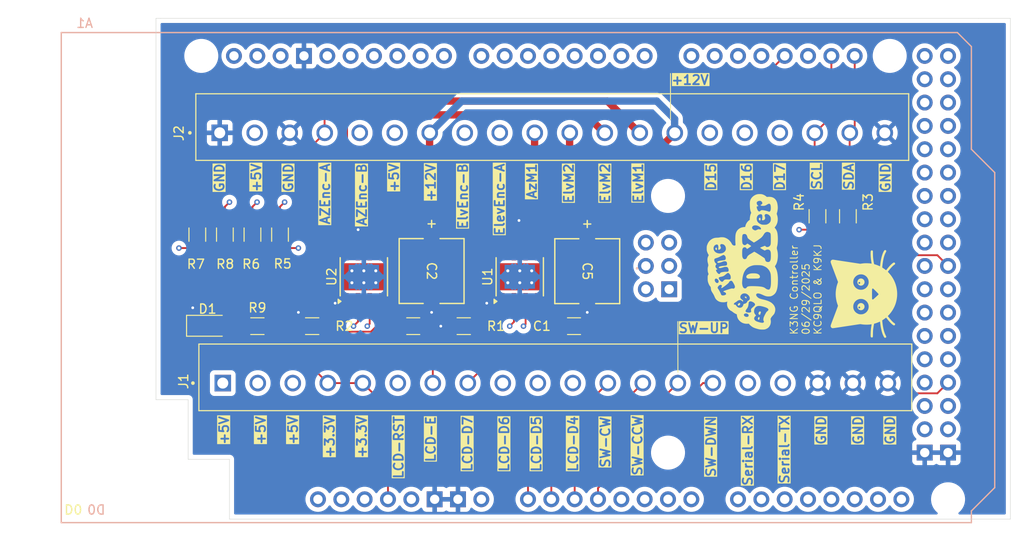
<source format=kicad_pcb>
(kicad_pcb (version 20241229) (generator "pcbnew") (generator_version "9.0")
  (layers (0 "F.Cu" signal) (4 "In1.Cu" power "In1.Cu - 5V") (6 "In2.Cu" signal) (8 "In3.Cu" signal "In3.Cu ") (10 "In4.Cu" signal) (2 "B.Cu" power "B.Cu - GND") (13 "F.Paste" user) (15 "B.Paste" user) (5 "F.SilkS" user "F.Silkscreen") (7 "B.SilkS" user "B.Silkscreen") (1 "F.Mask" user) (3 "B.Mask" user) (25 "Edge.Cuts" user))
  (net 0 "")
  (net 1 "GND")
  (net 2 "/LCD-D5")
  (net 8 "/Serial_RX")
  (net 10 "+5V")
  (net 12 "/SW-DWN")
  (net 14 "/AzM2_In")
  (net 18 "/SW-UP")
  (net 19 "/SW-CCW")
  (net 23 "/ElevEnc-B")
  (net 26 "/ElvM2_In")
  (net 31 "/LCD-E")
  (net 37 "/LCD-D4")
  (net 40 "/AZEnc-B")
  (net 46 "+3.3V")
  (net 55 "/Serial_TX")
  (net 58 "/ElevEnc-A")
  (net 59 "/AzM1_In")
  (net 61 "/SDA")
  (net 63 "/LCD-D7")
  (net 64 "/LCD-RST")
  (net 68 "/ElvM1_In")
  (net 73 "+12V")
  (net 75 "/AZEnc-A")
  (net 77 "/LCD-D6")
  (net 81 "/SCL")
  (net 82 "/SW-CW")
  (net 83 "Net-(D1-A)")
  (net 84 "/ElvM1")
  (net 85 "/AzM1")
  (net 86 "/AzM2")
  (net 87 "/ElvM2")
  (net 88 "Net-(U1-ILIM)")
  (net 89 "Net-(U2-ILIM)")
  (net 90 "/D15")
  (net 91 "/D17")
  (net 92 "/D16")
  (footprint "Resistor_SMD:R_1206_3216Metric" (layer "F.Cu") (at 110.5 89 180)
    (property "Reference" "R2" (at -3.5 0 0) (layer "F.SilkS"))
    (property "Value" "30k" (hide yes))
    (pad "1" smd roundrect (at -1.4625 0 180) (size 1.125 1.75) (layers "F.Cu" "F.Mask" "F.Paste") (roundrect_rratio 0.222222) (net 89 "Net-(U2-ILIM)"))
    (pad "2" smd roundrect (at 1.4625 0 180) (size 1.125 1.75) (layers "F.Cu" "F.Mask" "F.Paste") (roundrect_rratio 0.222222) (net 1 "GND"))
  )
  (footprint "Resistor_SMD:R_1206_3216Metric" (layer "F.Cu") (at 168.81 77.0375 -90)
    (property "Reference" "R3" (at -1.5375 -2.19 90) (layer "F.SilkS"))
    (property "Value" "10k" (hide yes))
    (pad "1" smd roundrect (at -1.4625 0 270) (size 1.125 1.75) (layers "F.Cu" "F.Mask" "F.Paste") (roundrect_rratio 0.222222) (net 61 "/SDA"))
    (pad "2" smd roundrect (at 1.4625 0 270) (size 1.125 1.75) (layers "F.Cu" "F.Mask" "F.Paste") (roundrect_rratio 0.222222) (net 46 "+3.3V"))
  )
  (footprint "Resistor_SMD:R_1206_3216Metric" (layer "F.Cu") (at 104 79.0375 90)
    (property "Reference" "R6" (at -3.211211 -0.137383 180) (layer "F.SilkS"))
    (property "Value" "10k" (hide yes))
    (pad "1" smd roundrect (at -1.4625 0 90) (size 1.125 1.75) (layers "F.Cu" "F.Mask" "F.Paste") (roundrect_rratio 0.222222) (net 10 "+5V"))
    (pad "2" smd roundrect (at 1.4625 0 90) (size 1.125 1.75) (layers "F.Cu" "F.Mask" "F.Paste") (roundrect_rratio 0.222222) (net 23 "/ElevEnc-B"))
  )
  (footprint "Resistor_SMD:R_1206_3216Metric" (layer "F.Cu") (at 98 79.0375 90)
    (property "Reference" "R7" (at -3.211211 -0.157383 180) (layer "F.SilkS"))
    (property "Value" "10k" (hide yes))
    (pad "1" smd roundrect (at -1.4625 0 90) (size 1.125 1.75) (layers "F.Cu" "F.Mask" "F.Paste") (roundrect_rratio 0.222222) (net 10 "+5V"))
    (pad "2" smd roundrect (at 1.4625 0 90) (size 1.125 1.75) (layers "F.Cu" "F.Mask" "F.Paste") (roundrect_rratio 0.222222) (net 75 "/AZEnc-A"))
  )
  (footprint "Capacitor_SMD:C_1206_3216Metric" (layer "F.Cu") (at 121.5 89)
    (property "Reference" "C3" (hide yes))
    (property "Value" ".1uF 50V" (hide yes))
    (pad "1" smd roundrect (at -1.475 0) (size 1.15 1.8) (layers "F.Cu" "F.Mask" "F.Paste") (roundrect_rratio 0.217391) (net 73 "+12V"))
    (pad "2" smd roundrect (at 1.475 0) (size 1.15 1.8) (layers "F.Cu" "F.Mask" "F.Paste") (roundrect_rratio 0.217391) (net 1 "GND"))
  )
  (footprint "Resistor_SMD:R_1206_3216Metric" (layer "F.Cu") (at 165.5 77.0375 -90)
    (property "Reference" "R4" (at -1.5375 2 90) (layer "F.SilkS"))
    (property "Value" "10k" (hide yes))
    (pad "1" smd roundrect (at -1.4625 0 270) (size 1.125 1.75) (layers "F.Cu" "F.Mask" "F.Paste") (roundrect_rratio 0.222222) (net 81 "/SCL"))
    (pad "2" smd roundrect (at 1.4625 0 270) (size 1.125 1.75) (layers "F.Cu" "F.Mask" "F.Paste") (roundrect_rratio 0.222222) (net 46 "+3.3V"))
  )
  (footprint "LED_SMD:LED_1206_3216Metric" (layer "F.Cu") (at 99.112557 88.958428)
    (property "Reference" "D1" (at 0 -1.83 0) (layer "F.SilkS"))
    (property "Value" "LED" (hide yes))
    (pad "1" smd roundrect (at -1.4 0) (size 1.25 1.75) (layers "F.Cu" "F.Mask" "F.Paste") (roundrect_rratio 0.2) (net 1 "GND"))
    (pad "2" smd roundrect (at 1.4 0) (size 1.25 1.75) (layers "F.Cu" "F.Mask" "F.Paste") (roundrect_rratio 0.2) (net 83 "Net-(D1-A)"))
  )
  (footprint "Resistor_SMD:R_1206_3216Metric" (layer "F.Cu") (at 101 79.0375 -90)
    (property "Reference" "R8" (at 3.211211 -0.032617 180) (layer "F.SilkS"))
    (property "Value" "10k" (hide yes))
    (pad "1" smd roundrect (at -1.4625 0 270) (size 1.125 1.75) (layers "F.Cu" "F.Mask" "F.Paste") (roundrect_rratio 0.222222) (net 40 "/AZEnc-B"))
    (pad "2" smd roundrect (at 1.4625 0 270) (size 1.125 1.75) (layers "F.Cu" "F.Mask" "F.Paste") (roundrect_rratio 0.222222) (net 10 "+5V"))
  )
  (footprint "Resistor_SMD:R_1206_3216Metric" (layer "F.Cu") (at 107 79.0375 -90)
    (property "Reference" "R5" (at 3.179561 -0.291877 180) (layer "F.SilkS"))
    (property "Value" "10k" (hide yes))
    (pad "1" smd roundrect (at -1.4625 0 270) (size 1.125 1.75) (layers "F.Cu" "F.Mask" "F.Paste") (roundrect_rratio 0.222222) (net 58 "/ElevEnc-A"))
    (pad "2" smd roundrect (at 1.4625 0 270) (size 1.125 1.75) (layers "F.Cu" "F.Mask" "F.Paste") (roundrect_rratio 0.222222) (net 10 "+5V"))
  )
  (footprint "Package_SO:Texas_HTSOP-8-1EP_3.9x4.9mm_P1.27mm_EP2.95x4.9mm_Mask2.4x3.1mm_ThermalVias" (layer "F.Cu") (at 133.095 83.625 90)
    (property "Reference" "U1" (at 0 -3.5 90) (layer "F.SilkS"))
    (property "Value" "DRV8871DDA" (hide yes))
    (pad "1" smd rect (at -2.875 -1.905 90) (size 2.2 0.5) (layers "F.Cu" "F.Mask" "F.Paste") (net 1 "GND"))
    (pad "2" smd rect (at -2.875 -0.635 90) (size 2.2 0.5) (layers "F.Cu" "F.Mask" "F.Paste") (net 59 "/AzM1_In"))
    (pad "3" smd rect (at -2.875 0.635 90) (size 2.2 0.5) (layers "F.Cu" "F.Mask" "F.Paste") (net 14 "/AzM2_In"))
    (pad "4" smd rect (at -2.875 1.905 90) (size 2.2 0.5) (layers "F.Cu" "F.Mask" "F.Paste") (net 88 "Net-(U1-ILIM)"))
    (pad "5" smd rect (at 2.875 1.905 90) (size 2.2 0.5) (layers "F.Cu" "F.Mask" "F.Paste") (net 73 "+12V"))
    (pad "6" smd rect (at 2.875 0.635 90) (size 2.2 0.5) (layers "F.Cu" "F.Mask" "F.Paste") (net 86 "/AzM2"))
    (pad "7" smd rect (at 2.875 -0.635 90) (size 2.2 0.5) (layers "F.Cu" "F.Mask" "F.Paste") (net 1 "GND"))
    (pad "8" smd rect (at 2.875 -1.905 90) (size 2.2 0.5) (layers "F.Cu" "F.Mask" "F.Paste") (net 85 "/AzM1"))
    (pad "9" thru_hole circle (at -0.65 -1.3 90) (size 0.63 0.63) (drill 0.33) (layers "*.Cu" "*.Mask") (net 1 "GND"))
    (pad "9" thru_hole circle (at -0.65 0 90) (size 0.63 0.63) (drill 0.33) (layers "*.Cu" "*.Mask") (net 1 "GND"))
    (pad "9" thru_hole circle (at -0.65 1.3 90) (size 0.63 0.63) (drill 0.33) (layers "*.Cu" "*.Mask") (net 1 "GND"))
    (pad "9" smd rect (at 0 0 90) (size 2.6 3.3) (layers "B.Cu") (net 1 "GND"))
    (pad "9" smd rect (at 0 0 90) (size 2.95 4.9) (layers "F.Cu") (net 1 "GND"))
    (pad "9" thru_hole circle (at 0.65 -1.3 90) (size 0.63 0.63) (drill 0.33) (layers "*.Cu" "*.Mask") (net 1 "GND"))
    (pad "9" thru_hole circle (at 0.65 0 90) (size 0.63 0.63) (drill 0.33) (layers "*.Cu" "*.Mask") (net 1 "GND"))
    (pad "9" thru_hole circle (at 0.65 1.3 90) (size 0.63 0.63) (drill 0.33) (layers "*.Cu" "*.Mask") (net 1 "GND"))
  )
  (footprint "Resistor_SMD:R_1206_3216Metric" (layer "F.Cu") (at 127 89 180)
    (property "Reference" "R1" (at -3.5 0 0) (layer "F.SilkS"))
    (property "Value" "30k" (hide yes))
    (pad "1" smd roundrect (at -1.4625 0 180) (size 1.125 1.75) (layers "F.Cu" "F.Mask" "F.Paste") (roundrect_rratio 0.222222) (net 88 "Net-(U1-ILIM)"))
    (pad "2" smd roundrect (at 1.4625 0 180) (size 1.125 1.75) (layers "F.Cu" "F.Mask" "F.Paste") (roundrect_rratio 0.222222) (net 1 "GND"))
  )
  (footprint "Resistor_SMD:R_1206_3216Metric" (layer "F.Cu") (at 104.5375 89 180)
    (property "Reference" "R9" (at 0 2 0) (layer "F.SilkS"))
    (property "Value" "330" (hide yes))
    (pad "1" smd roundrect (at -1.4625 0 180) (size 1.125 1.75) (layers "F.Cu" "F.Mask" "F.Paste") (roundrect_rratio 0.222222) (net 46 "+3.3V"))
    (pad "2" smd roundrect (at 1.4625 0 180) (size 1.125 1.75) (layers "F.Cu" "F.Mask" "F.Paste") (roundrect_rratio 0.222222) (net 83 "Net-(D1-A)"))
  )
  (footprint "Package_SO:Texas_HTSOP-8-1EP_3.9x4.9mm_P1.27mm_EP2.95x4.9mm_Mask2.4x3.1mm_ThermalVias" (layer "F.Cu") (at 116.124367 83.625 90)
    (property "Reference" "U2" (at 0 -3.5 90) (layer "F.SilkS"))
    (property "Value" "DRV8871DDA" (hide yes))
    (pad "1" smd rect (at -2.875 -1.905 90) (size 2.2 0.5) (layers "F.Cu" "F.Mask" "F.Paste") (net 1 "GND"))
    (pad "2" smd rect (at -2.875 -0.635 90) (size 2.2 0.5) (layers "F.Cu" "F.Mask" "F.Paste") (net 68 "/ElvM1_In"))
    (pad "3" smd rect (at -2.875 0.635 90) (size 2.2 0.5) (layers "F.Cu" "F.Mask" "F.Paste") (net 26 "/ElvM2_In"))
    (pad "4" smd rect (at -2.875 1.905 90) (size 2.2 0.5) (layers "F.Cu" "F.Mask" "F.Paste") (net 89 "Net-(U2-ILIM)"))
    (pad "5" smd rect (at 2.875 1.905 90) (size 2.2 0.5) (layers "F.Cu" "F.Mask" "F.Paste") (net 73 "+12V"))
    (pad "6" smd rect (at 2.875 0.635 90) (size 2.2 0.5) (layers "F.Cu" "F.Mask" "F.Paste") (net 87 "/ElvM2"))
    (pad "7" smd rect (at 2.875 -0.635 90) (size 2.2 0.5) (layers "F.Cu" "F.Mask" "F.Paste") (net 1 "GND"))
    (pad "8" smd rect (at 2.875 -1.905 90) (size 2.2 0.5) (layers "F.Cu" "F.Mask" "F.Paste") (net 84 "/ElvM1"))
    (pad "9" thru_hole circle (at -0.65 -1.3 90) (size 0.63 0.63) (drill 0.33) (layers "*.Cu" "*.Mask") (net 1 "GND"))
    (pad "9" thru_hole circle (at -0.65 0 90) (size 0.63 0.63) (drill 0.33) (layers "*.Cu" "*.Mask") (net 1 "GND"))
    (pad "9" thru_hole circle (at -0.65 1.3 90) (size 0.63 0.63) (drill 0.33) (layers "*.Cu" "*.Mask") (net 1 "GND"))
    (pad "9" smd rect (at 0 0 90) (size 2.6 3.3) (layers "B.Cu") (net 1 "GND"))
    (pad "9" smd rect (at 0 0 90) (size 2.95 4.9) (layers "F.Cu") (net 1 "GND"))
    (pad "9" thru_hole circle (at 0.65 -1.3 90) (size 0.63 0.63) (drill 0.33) (layers "*.Cu" "*.Mask") (net 1 "GND"))
    (pad "9" thru_hole circle (at 0.65 0 90) (size 0.63 0.63) (drill 0.33) (layers "*.Cu" "*.Mask") (net 1 "GND"))
    (pad "9" thru_hole circle (at 0.65 1.3 90) (size 0.63 0.63) (drill 0.33) (layers "*.Cu" "*.Mask") (net 1 "GND"))
  )
  (footprint "footprints:PCAP_EEHZ_D8_PAN" (layer "F.Cu") (at 123.5 83 -90)
    (property "Reference" "C2" (at 0 0 270) (layer "F.SilkS"))
    (property "Value" "22uf 63v")
    (pad "1" smd rect (at -2.5146 0 270) (size 2.9972 1.1684) (layers "F.Cu" "F.Mask" "F.Paste") (net 73 "+12V"))
    (pad "2" smd rect (at 2.5146 0 270) (size 2.9972 1.1684) (layers "F.Cu" "F.Mask" "F.Paste") (net 1 "GND"))
  )
  (footprint "1844922:PHOENIX_1844922" (layer "F.Cu") (at 97.83747 70.957204)
    (property "Reference" "J2" (at -1.83747 -2.957204 90) (layer "F.SilkS"))
    (property "Value" "1844922")
    (pad "01" thru_hole rect (at 2.6 -3) (size 1.8 1.8) (drill 1.2) (layers "*.Cu" "*.Mask") (net 1 "GND"))
    (pad "02" thru_hole circle (at 6.41 -3) (size 1.8 1.8) (drill 1.2) (layers "*.Cu" "*.Mask") (net 10 "+5V"))
    (pad "03" thru_hole circle (at 10.22 -3) (size 1.8 1.8) (drill 1.2) (layers "*.Cu" "*.Mask") (net 1 "GND"))
    (pad "04" thru_hole circle (at 14.03 -3) (size 1.8 1.8) (drill 1.2) (layers "*.Cu" "*.Mask") (net 75 "/AZEnc-A"))
    (pad "05" thru_hole circle (at 17.84 -3) (size 1.8 1.8) (drill 1.2) (layers "*.Cu" "*.Mask") (net 40 "/AZEnc-B"))
    (pad "06" thru_hole circle (at 21.65 -3) (size 1.8 1.8) (drill 1.2) (layers "*.Cu" "*.Mask") (net 10 "+5V"))
    (pad "07" thru_hole circle (at 25.46 -3) (size 1.8 1.8) (drill 1.2) (layers "*.Cu" "*.Mask") (net 73 "+12V"))
    (pad "08" thru_hole circle (at 29.27 -3) (size 1.8 1.8) (drill 1.2) (layers "*.Cu" "*.Mask") (net 23 "/ElevEnc-B"))
    (pad "09" thru_hole circle (at 33.08 -3) (size 1.8 1.8) (drill 1.2) (layers "*.Cu" "*.Mask") (net 58 "/ElevEnc-A"))
    (pad "10" thru_hole circle (at 36.89 -3) (size 1.8 1.8) (drill 1.2) (layers "*.Cu" "*.Mask") (net 85 "/AzM1"))
    (pad "11" thru_hole circle (at 40.7 -3) (size 1.8 1.8) (drill 1.2) (layers "*.Cu" "*.Mask") (net 86 "/AzM2"))
    (pad "12" thru_hole circle (at 44.51 -3) (size 1.8 1.8) (drill 1.2) (layers "*.Cu" "*.Mask") (net 87 "/ElvM2"))
    (pad "13" thru_hole circle (at 48.32 -3) (size 1.8 1.8) (drill 1.2) (layers "*.Cu" "*.Mask") (net 84 "/ElvM1"))
    (pad "14" thru_hole circle (at 52.13 -3) (size 1.8 1.8) (drill 1.2) (layers "*.Cu" "*.Mask") (net 73 "+12V"))
    (pad "15" thru_hole circle (at 55.94 -3) (size 1.8 1.8) (drill 1.2) (layers "*.Cu" "*.Mask") (net 90 "/D15"))
    (pad "16" thru_hole circle (at 59.75 -3) (size 1.8 1.8) (drill 1.2) (layers "*.Cu" "*.Mask") (net 92 "/D16"))
    (pad "17" thru_hole circle (at 63.56 -3) (size 1.8 1.8) (drill 1.2) (layers "*.Cu" "*.Mask") (net 91 "/D17"))
    (pad "18" thru_hole circle (at 67.37 -3) (size 1.8 1.8) (drill 1.2) (layers "*.Cu" "*.Mask") (net 81 "/SCL"))
    (pad "19" thru_hole circle (at 71.18 -3) (size 1.8 1.8) (drill 1.2) (layers "*.Cu" "*.Mask") (net 61 "/SDA"))
    (pad "20" thru_hole circle (at 74.99 -3) (size 1.8 1.8) (drill 1.2) (layers "*.Cu" "*.Mask") (net 1 "GND"))
  )
  (footprint "arduino-library:Arduino_Mega2560_R3_Shield" (layer "F.Cu") (at 83.1915 110.384237)
    (property "Reference" "A1" (at 2.54 -54.356 0) (layer "B.SilkS") (effects (justify mirror)))
    (property "Value" "Arduino_Mega2560_R3_Shield")
    (fp_text user "." (at 62.667825 -28.075259 0) (layer "F.SilkS"))
    (fp_text user "D0" (at 1.3085 -1.384237 0) (layer "F.SilkS"))
    (fp_text user "." (at 62.667825 -28.075259 0) (layer "B.SilkS"))
    (fp_text user "D0" (at 3.8085 -1.384237 0) (layer "B.SilkS") (effects (justify mirror)))
    (pad "" np_thru_hole circle (at 13.97 -2.54) (size 3.2 3.2) (drill 3.2) (layers "*.Cu" "*.Mask"))
    (pad "" np_thru_hole circle (at 15.24 -50.8) (size 3.2 3.2) (drill 3.2) (layers "*.Cu" "*.Mask"))
    (pad "" thru_hole oval (at 27.94 -2.54) (size 1.7272 1.7272) (drill 1.016) (layers "*.Cu" "*.Mask"))
    (pad "" np_thru_hole circle (at 66.04 -35.56) (size 3.2 3.2) (drill 3.2) (layers "*.Cu" "*.Mask"))
    (pad "" np_thru_hole circle (at 66.04 -7.62) (size 3.2 3.2) (drill 3.2) (layers "*.Cu" "*.Mask"))
    (pad "" np_thru_hole circle (at 90.17 -50.8) (size 3.2 3.2) (drill 3.2) (layers "*.Cu" "*.Mask"))
    (pad "" np_thru_hole circle (at 96.52 -2.54) (size 3.2 3.2) (drill 3.2) (layers "*.Cu" "*.Mask"))
    (pad "3V3" thru_hole oval (at 35.56 -2.54) (size 1.7272 1.7272) (drill 1.016) (layers "*.Cu" "*.Mask") (net 46 "+3.3V"))
    (pad "5V1" thru_hole oval (at 38.1 -2.54) (size 1.7272 1.7272) (drill 1.016) (layers "*.Cu" "*.Mask") (net 10 "+5V"))
    (pad "5V2" thru_hole oval (at 66.167 -30.48) (size 1.7272 1.7272) (drill 1.016) (layers "*.Cu" "*.Mask"))
    (pad "5V3" thru_hole oval (at 93.98 -50.8) (size 1.7272 1.7272) (drill 1.016) (layers "*.Cu" "*.Mask") (net 10 "+5V"))
    (pad "5V4" thru_hole oval (at 96.52 -50.8) (size 1.7272 1.7272) (drill 1.016) (layers "*.Cu" "*.Mask") (net 10 "+5V"))
    (pad "A0" thru_hole oval (at 50.8 -2.54) (size 1.7272 1.7272) (drill 1.016) (layers "*.Cu" "*.Mask") (net 82 "/SW-CW"))
    (pad "A1" thru_hole oval (at 53.34 -2.54) (size 1.7272 1.7272) (drill 1.016) (layers "*.Cu" "*.Mask") (net 19 "/SW-CCW"))
    (pad "A2" thru_hole oval (at 55.88 -2.54) (size 1.7272 1.7272) (drill 1.016) (layers "*.Cu" "*.Mask") (net 18 "/SW-UP"))
    (pad "A3" thru_hole oval (at 58.42 -2.54) (size 1.7272 1.7272) (drill 1.016) (layers "*.Cu" "*.Mask") (net 12 "/SW-DWN"))
    (pad "A4" thru_hole oval (at 60.96 -2.54) (size 1.7272 1.7272) (drill 1.016) (layers "*.Cu" "*.Mask"))
    (pad "A5" thru_hole oval (at 63.5 -2.54) (size 1.7272 1.7272) (drill 1.016) (layers "*.Cu" "*.Mask"))
    (pad "A6" thru_hole oval (at 66.04 -2.54) (size 1.7272 1.7272) (drill 1.016) (layers "*.Cu" "*.Mask"))
    (pad "A7" thru_hole oval (at 68.58 -2.54) (size 1.7272 1.7272) (drill 1.016) (layers "*.Cu" "*.Mask"))
    (pad "A8" thru_hole oval (at 73.66 -2.54) (size 1.7272 1.7272) (drill 1.016) (layers "*.Cu" "*.Mask"))
    (pad "A9" thru_hole oval (at 76.2 -2.54) (size 1.7272 1.7272) (drill 1.016) (layers "*.Cu" "*.Mask"))
    (pad "A10" thru_hole oval (at 78.74 -2.54) (size 1.7272 1.7272) (drill 1.016) (layers "*.Cu" "*.Mask"))
    (pad "A11" thru_hole oval (at 81.28 -2.54) (size 1.7272 1.7272) (drill 1.016) (layers "*.Cu" "*.Mask"))
    (pad "A12" thru_hole oval (at 83.82 -2.54) (size 1.7272 1.7272) (drill 1.016) (layers "*.Cu" "*.Mask"))
    (pad "A13" thru_hole oval (at 86.36 -2.54) (size 1.7272 1.7272) (drill 1.016) (layers "*.Cu" "*.Mask"))
    (pad "A14" thru_hole oval (at 88.9 -2.54) (size 1.7272 1.7272) (drill 1.016) (layers "*.Cu" "*.Mask"))
    (pad "A15" thru_hole oval (at 91.44 -2.54) (size 1.7272 1.7272) (drill 1.016) (layers "*.Cu" "*.Mask"))
    (pad "AREF" thru_hole oval (at 23.876 -50.8) (size 1.7272 1.7272) (drill 1.016) (layers "*.Cu" "*.Mask"))
    (pad "D0" thru_hole oval (at 63.5 -50.8) (size 1.7272 1.7272) (drill 1.016) (layers "*.Cu" "*.Mask") (net 8 "/Serial_RX"))
    (pad "D1" thru_hole oval (at 60.96 -50.8) (size 1.7272 1.7272) (drill 1.016) (layers "*.Cu" "*.Mask") (net 55 "/Serial_TX"))
    (pad "D2" thru_hole oval (at 58.42 -50.8) (size 1.7272 1.7272) (drill 1.016) (layers "*.Cu" "*.Mask") (net 58 "/ElevEnc-A"))
    (pad "D3" thru_hole oval (at 55.88 -50.8) (size 1.7272 1.7272) (drill 1.016) (layers "*.Cu" "*.Mask") (net 23 "/ElevEnc-B"))
    (pad "D4" thru_hole oval (at 53.34 -50.8) (size 1.7272 1.7272) (drill 1.016) (layers "*.Cu" "*.Mask"))
    (pad "D5" thru_hole oval (at 50.8 -50.8) (size 1.7272 1.7272) (drill 1.016) (layers "*.Cu" "*.Mask"))
    (pad "D6" thru_hole oval (at 48.26 -50.8) (size 1.7272 1.7272) (drill 1.016) (layers "*.Cu" "*.Mask") (net 14 "/AzM2_In"))
    (pad "D7" thru_hole oval (at 45.72 -50.8) (size 1.7272 1.7272) (drill 1.016) (layers "*.Cu" "*.Mask") (net 59 "/AzM1_In"))
    (pad "D8" thru_hole oval (at 41.656 -50.8) (size 1.7272 1.7272) (drill 1.016) (layers "*.Cu" "*.Mask") (net 26 "/ElvM2_In"))
    (pad "D9" thru_hole oval (at 39.116 -50.8) (size 1.7272 1.7272) (drill 1.016) (layers "*.Cu" "*.Mask") (net 68 "/ElvM1_In"))
    (pad "D10" thru_hole oval (at 36.576 -50.8) (size 1.7272 1.7272) (drill 1.016) (layers "*.Cu" "*.Mask"))
    (pad "D11" thru_hole oval (at 34.036 -50.8) (size 1.7272 1.7272) (drill 1.016) (layers "*.Cu" "*.Mask"))
    (pad "D12" thru_hole oval (at 31.496 -50.8) (size 1.7272 1.7272) (drill 1.016) (layers "*.Cu" "*.Mask"))
    (pad "D13" thru_hole oval (at 28.956 -50.8) (size 1.7272 1.7272) (drill 1.016) (layers "*.Cu" "*.Mask"))
    (pad "D14" thru_hole oval (at 68.58 -50.8) (size 1.7272 1.7272) (drill 1.016) (layers "*.Cu" "*.Mask"))
    (pad "D15" thru_hole oval (at 71.12 -50.8) (size 1.7272 1.7272) (drill 1.016) (layers "*.Cu" "*.Mask") (net 90 "/D15"))
    (pad "D16" thru_hole oval (at 73.66 -50.8) (size 1.7272 1.7272) (drill 1.016) (layers "*.Cu" "*.Mask") (net 92 "/D16"))
    (pad "D17" thru_hole oval (at 76.2 -50.8) (size 1.7272 1.7272) (drill 1.016) (layers "*.Cu" "*.Mask") (net 91 "/D17"))
    (pad "D18" thru_hole oval (at 78.74 -50.8) (size 1.7272 1.7272) (drill 1.016) (layers "*.Cu" "*.Mask") (net 75 "/AZEnc-A"))
    (pad "D19" thru_hole oval (at 81.28 -50.8) (size 1.7272 1.7272) (drill 1.016) (layers "*.Cu" "*.Mask") (net 40 "/AZEnc-B"))
    (pad "D20" thru_hole oval (at 83.82 -50.8) (size 1.7272 1.7272) (drill 1.016) (layers "*.Cu" "*.Mask") (net 81 "/SCL"))
    (pad "D21" thru_hole oval (at 86.36 -50.8) (size 1.7272 1.7272) (drill 1.016) (layers "*.Cu" "*.Mask") (net 61 "/SDA"))
    (pad "D22" thru_hole oval (at 93.98 -48.26) (size 1.7272 1.7272) (drill 1.016) (layers "*.Cu" "*.Mask"))
    (pad "D23" thru_hole oval (at 96.52 -48.26) (size 1.7272 1.7272) (drill 1.016) (layers "*.Cu" "*.Mask"))
    (pad "D24" thru_hole oval (at 93.98 -45.72) (size 1.7272 1.7272) (drill 1.016) (layers "*.Cu" "*.Mask"))
    (pad "D25" thru_hole oval (at 96.52 -45.72) (size 1.7272 1.7272) (drill 1.016) (layers "*.Cu" "*.Mask"))
    (pad "D26" thru_hole oval (at 93.98 -43.18) (size 1.7272 1.7272) (drill 1.016) (layers "*.Cu" "*.Mask"))
    (pad "D27" thru_hole oval (at 96.52 -43.18) (size 1.7272 1.7272) (drill 1.016) (layers "*.Cu" "*.Mask"))
    (pad "D28" thru_hole oval (at 93.98 -40.64) (size 1.7272 1.7272) (drill 1.016) (layers "*.Cu" "*.Mask"))
    (pad "D29" thru_hole oval (at 96.52 -40.64) (size 1.7272 1.7272) (drill 1.016) (layers "*.Cu" "*.Mask"))
    (pad "D30" thru_hole oval (at 93.98 -38.1) (size 1.7272 1.7272) (drill 1.016) (layers "*.Cu" "*.Mask"))
    (pad "D31" thru_hole oval (at 96.52 -38.1) (size 1.7272 1.7272) (drill 1.016) (layers "*.Cu" "*.Mask"))
    (pad "D32" thru_hole oval (at 93.98 -35.56) (size 1.7272 1.7272) (drill 1.016) (layers "*.Cu" "*.Mask"))
    (pad "D33" thru_hole oval (at 96.52 -35.56) (size 1.7272 1.7272) (drill 1.016) (layers "*.Cu" "*.Mask"))
    (pad "D34" thru_hole oval (at 93.98 -33.02) (size 1.7272 1.7272) (drill 1.016) (layers "*.Cu" "*.Mask"))
    (pad "D35" thru_hole oval (at 96.52 -33.02) (size 1.7272 1.7272) (drill 1.016) (layers "*.Cu" "*.Mask"))
    (pad "D36" thru_hole oval (at 93.98 -30.48) (size 1.7272 1.7272) (drill 1.016) (layers "*.Cu" "*.Mask"))
    (pad "D37" thru_hole oval (at 96.52 -30.48) (size 1.7272 1.7272) (drill 1.016) (layers "*.Cu" "*.Mask"))
    (pad "D38" thru_hole oval (at 93.98 -27.94) (size 1.7272 1.7272) (drill 1.016) (layers "*.Cu" "*.Mask"))
    (pad "D39" thru_hole oval (at 96.52 -27.94) (size 1.7272 1.7272) (drill 1.016) (layers "*.Cu" "*.Mask") (net 31 "/LCD-E"))
    (pad "D40" thru_hole oval (at 93.98 -25.4) (size 1.7272 1.7272) (drill 1.016) (layers "*.Cu" "*.Mask"))
    (pad "D41" thru_hole oval (at 96.52 -25.4) (size 1.7272 1.7272) (drill 1.016) (layers "*.Cu" "*.Mask") (net 64 "/LCD-RST"))
    (pad "D42" thru_hole oval (at 93.98 -22.86) (size 1.7272 1.7272) (drill 1.016) (layers "*.Cu" "*.Mask"))
    (pad "D43" thru_hole oval (at 96.52 -22.86) (size 1.7272 1.7272) (drill 1.016) (layers "*.Cu" "*.Mask") (net 37 "/LCD-D4"))
    (pad "D44" thru_hole oval (at 93.98 -20.32) (size 1.7272 1.7272) (drill 1.016) (layers "*.Cu" "*.Mask"))
    (pad "D45" thru_hole oval (at 96.52 -20.32) (size 1.7272 1.7272) (drill 1.016) (layers "*.Cu" "*.Mask") (net 2 "/LCD-D5"))
    (pad "D46" thru_hole oval (at 93.98 -17.78) (size 1.7272 1.7272) (drill 1.016) (layers "*.Cu" "*.Mask"))
    (pad "D47" thru_hole oval (at 96.52 -17.78) (size 1.7272 1.7272) (drill 1.016) (layers "*.Cu" "*.Mask") (net 77 "/LCD-D6"))
    (pad "D48" thru_hole oval (at 93.98 -15.24) (size 1.7272 1.7272) (drill 1.016) (layers "*.Cu" "*.Mask"))
    (pad "D49" thru_hole oval (at 96.52 -15.24) (size 1.7272 1.7272) (drill 1.016) (layers "*.Cu" "*.Mask") (net 63 "/LCD-D7"))
    (pad "D50" thru_hole oval (at 93.98 -12.7) (size 1.7272 1.7272) (drill 1.016) (layers "*.Cu" "*.Mask"))
    (pad "D51" thru_hole oval (at 96.52 -12.7) (size 1.7272 1.7272) (drill 1.016) (layers "*.Cu" "*.Mask"))
    (pad "D52" thru_hole oval (at 93.98 -10.16) (size 1.7272 1.7272) (drill 1.016) (layers "*.Cu" "*.Mask"))
    (pad "D53" thru_hole oval (at 96.52 -10.16) (size 1.7272 1.7272) (drill 1.016) (layers "*.Cu" "*.Mask"))
    (pad "GND1" thru_hole rect (at 26.416 -50.8) (size 1.7272 1.7272) (drill 1.016) (layers "*.Cu" "*.Mask") (net 1 "GND"))
    (pad "GND2" thru_hole rect (at 40.64 -2.54) (size 1.7272 1.7272) (drill 1.016) (layers "*.Cu" "*.Mask") (net 1 "GND"))
    (pad "GND3" thru_hole rect (at 43.18 -2.54) (size 1.7272 1.7272) (drill 1.016) (layers "*.Cu" "*.Mask") (net 1 "GND"))
    (pad "GND4" thru_hole rect (at 66.167 -25.4) (size 1.7272 1.7272) (drill 1.016) (layers "*.Cu" "*.Mask"))
    (pad "GND5" thru_hole rect (at 93.98 -7.62) (size 1.7272 1.7272) (drill 1.016) (layers "*.Cu" "*.Mask") (net 1 "GND"))
    (pad "GND6" thru_hole rect (at 96.52 -7.62) (size 1.7272 1.7272) (drill 1.016) (layers "*.Cu" "*.Mask") (net 1 "GND"))
    (pad "IORF" thru_hole oval (at 30.48 -2.54) (size 1.7272 1.7272) (drill 1.016) (layers "*.Cu" "*.Mask"))
    (pad "MISO" thru_hole oval (at 63.627 -30.48) (size 1.7272 1.7272) (drill 1.016) (layers "*.Cu" "*.Mask"))
    (pad "MOSI" thru_hole oval (at 66.167 -27.94) (size 1.7272 1.7272) (drill 1.016) (layers "*.Cu" "*.Mask"))
    (pad "RST1" thru_hole oval (at 33.02 -2.54) (size 1.7272 1.7272) (drill 1.016) (layers "*.Cu" "*.Mask"))
    (pad "RST2" thru_hole oval (at 63.627 -25.4) (size 1.7272 1.7272) (drill 1.016) (layers "*.Cu" "*.Mask"))
    (pad "SCK" thru_hole oval (at 63.627 -27.94) (size 1.7272 1.7272) (drill 1.016) (layers "*.Cu" "*.Mask"))
    (pad "SCL" thru_hole oval (at 18.796 -50.8) (size 1.7272 1.7272) (drill 1.016) (layers "*.Cu" "*.Mask"))
    (pad "SDA" thru_hole oval (at 21.336 -50.8) (size 1.7272 1.7272) (drill 1.016) (layers "*.Cu" "*.Mask"))
    (pad "VIN" thru_hole oval (at 45.72 -2.54) (size 1.7272 1.7272) (drill 1.016) (layers "*.Cu" "*.Mask") (net 73 "+12V"))
  )
  (footprint "LOGO" (layer "F.Cu") (at 157 82 90)
    (property "Reference" "G***" (hide yes))
    (property "Value" "LOGO" (hide yes))
  )
  (footprint "Capacitor_SMD:C_1206_3216Metric" (layer "F.Cu") (at 139 89)
    (property "Reference" "C1" (at -3.5 0 0) (layer "F.SilkS"))
    (property "Value" ".1uF 50V" (hide yes))
    (pad "1" smd roundrect (at -1.475 0) (size 1.15 1.8) (layers "F.Cu" "F.Mask" "F.Paste") (roundrect_rratio 0.217391) (net 73 "+12V"))
    (pad "2" smd roundrect (at 1.475 0) (size 1.15 1.8) (layers "F.Cu" "F.Mask" "F.Paste") (roundrect_rratio 0.217391) (net 1 "GND"))
  )
  (footprint "1844922:PHOENIX_1844922" (layer "F.Cu") (at 98.170148 98.196454)
    (property "Reference" "J1" (at -1.670148 -3.196454 90) (layer "F.SilkS"))
    (property "Value" "1844922" (hide yes))
    (pad "01" thru_hole rect (at 2.6 -3) (size 1.8 1.8) (drill 1.2) (layers "*.Cu" "*.Mask") (net 10 "+5V"))
    (pad "02" thru_hole circle (at 6.41 -3) (size 1.8 1.8) (drill 1.2) (layers "*.Cu" "*.Mask") (net 10 "+5V"))
    (pad "03" thru_hole circle (at 10.22 -3) (size 1.8 1.8) (drill 1.2) (layers "*.Cu" "*.Mask") (net 10 "+5V"))
    (pad "04" thru_hole circle (at 14.03 -3) (size 1.8 1.8) (drill 1.2) (layers "*.Cu" "*.Mask") (net 46 "+3.3V"))
    (pad "05" thru_hole circle (at 17.84 -3) (size 1.8 1.8) (drill 1.2) (layers "*.Cu" "*.Mask") (net 46 "+3.3V"))
    (pad "06" thru_hole circle (at 21.65 -3) (size 1.8 1.8) (drill 1.2) (layers "*.Cu" "*.Mask") (net 64 "/LCD-RST"))
    (pad "07" thru_hole circle (at 25.46 -3) (size 1.8 1.8) (drill 1.2) (layers "*.Cu" "*.Mask") (net 31 "/LCD-E"))
    (pad "08" thru_hole circle (at 29.27 -3) (size 1.8 1.8) (drill 1.2) (layers "*.Cu" "*.Mask") (net 63 "/LCD-D7"))
    (pad "09" thru_hole circle (at 33.08 -3) (size 1.8 1.8) (drill 1.2) (layers "*.Cu" "*.Mask") (net 77 "/LCD-D6"))
    (pad "10" thru_hole circle (at 36.89 -3) (size 1.8 1.8) (drill 1.2) (layers "*.Cu" "*.Mask") (net 2 "/LCD-D5"))
    (pad "11" thru_hole circle (at 40.7 -3) (size 1.8 1.8) (drill 1.2) (layers "*.Cu" "*.Mask") (net 37 "/LCD-D4"))
    (pad "12" thru_hole circle (at 44.51 -3) (size 1.8 1.8) (drill 1.2) (layers "*.Cu" "*.Mask") (net 82 "/SW-CW"))
    (pad "13" thru_hole circle (at 48.32 -3) (size 1.8 1.8) (drill 1.2) (layers "*.Cu" "*.Mask") (net 19 "/SW-CCW"))
    (pad "14" thru_hole circle (at 52.13 -3) (size 1.8 1.8) (drill 1.2) (layers "*.Cu" "*.Mask") (net 18 "/SW-UP"))
    (pad "15" thru_hole circle (at 55.94 -3) (size 1.8 1.8) (drill 1.2) (layers "*.Cu" "*.Mask") (net 12 "/SW-DWN"))
    (pad "16" thru_hole circle (at 59.75 -3) (size 1.8 1.8) (drill 1.2) (layers "*.Cu" "*.Mask") (net 55 "/Serial_TX"))
    (pad "17" thru_hole circle (at 63.56 -3) (size 1.8 1.8) (drill 1.2) (layers "*.Cu" "*.Mask") (net 8 "/Serial_RX"))
    (pad "18" thru_hole circle (at 67.37 -3) (size 1.8 1.8) (drill 1.2) (layers "*.Cu" "*.Mask") (net 1 "GND"))
    (pad "19" thru_hole circle (at 71.18 -3) (size 1.8 1.8) (drill 1.2) (layers "*.Cu" "*.Mask") (net 1 "GND"))
    (pad "20" thru_hole circle (at 74.99 -3) (size 1.8 1.8) (drill 1.2) (layers "*.Cu" "*.Mask") (net 1 "GND"))
  )
  (footprint "footprints:PCAP_EEHZ_D8_PAN" (layer "F.Cu") (at 140.440768 83.013673 -90)
    (property "Reference" "C5" (at 0 0 270) (layer "F.SilkS"))
    (property "Value" "22uf 63v")
    (pad "1" smd rect (at -2.5146 0 270) (size 2.9972 1.1684) (layers "F.Cu" "F.Mask" "F.Paste") (net 73 "+12V"))
    (pad "2" smd rect (at 2.5146 0 270) (size 2.9972 1.1684) (layers "F.Cu" "F.Mask" "F.Paste") (net 1 "GND"))
  )
  (footprint "LOGO" (layer "F.Cu") (at 170.5 85.5 90)
    (property "Reference" "G***" (hide yes))
    (property "Value" "LOGO" (hide yes))
  )
  (gr_line (start 149.5 66.5) (end 149.5 61.5) (stroke (width 0.1)) (layer "F.SilkS"))
  (gr_line (start 150.30708 94.013944) (end 150.291684 88.5) (stroke (width 0.1)) (layer "F.SilkS"))
  (gr_line (start 183 55.5) (end 186.5 55.5) (stroke (width 0.05)) (layer "Edge.Cuts"))
  (gr_line (start 183 55.5) (end 94 55.5) (stroke (width 0.05)) (layer "Edge.Cuts"))
  (gr_line (start 97 97) (end 97 103.5) (stroke (width 0.05)) (layer "Edge.Cuts"))
  (gr_line (start 93.5 55.5) (end 93.5 97) (stroke (width 0.05)) (layer "Edge.Cuts"))
  (gr_line (start 97 103.5) (end 101.5 103.5) (stroke (width 0.05)) (layer "Edge.Cuts"))
  (gr_line (start 186.5 55.5) (end 186.5 110) (stroke (width 0.05)) (layer "Edge.Cuts"))
  (gr_line (start 93.5 55.5) (end 94 55.5) (stroke (width 0.05)) (layer "Edge.Cuts"))
  (gr_line (start 93.5 97) (end 97 97) (stroke (width 0.05)) (layer "Edge.Cuts"))
  (gr_line (start 101.5 110) (end 101.5 103.5) (stroke (width 0.05)) (layer "Edge.Cuts"))
  (gr_line (start 186.5 110) (end 101.5 110) (stroke (width 0.05)) (layer "Edge.Cuts"))
  (gr_text "AZEnc-A" (at 112.5 78.02381 90) (layer "F.SilkS" knockout) (effects (font (size 1 1) (thickness 0.2) (bold yes)) (justify left bottom)))
  (gr_text "AzM1" (at 135 75.214286 90) (layer "F.SilkS" knockout) (effects (font (size 1 1) (thickness 0.2) (bold yes)) (justify left bottom)))
  (gr_text "Serial-TX" (at 162.5 106.238096 90) (layer "F.SilkS" knockout) (effects (font (size 1 1) (thickness 0.2) (bold yes)) (justify left bottom)))
  (gr_text "D17" (at 162 74.357143 90) (layer "F.SilkS" knockout) (effects (font (size 1 1) (thickness 0.2) (bold yes)) (justify left bottom)))
  (gr_text "ElevEnc-A" (at 131.5 79.261906 90) (layer "F.SilkS" knockout) (effects (font (size 1 1) (thickness 0.2) (bold yes)) (justify left bottom)))
  (gr_text "LCD-D4" (at 139.5 104.952381 90) (layer "F.SilkS" knockout) (effects (font (size 1 1) (thickness 0.2) (bold yes)) (justify left bottom)))
  (gr_text "+3.3V" (at 113 103.428571 90) (layer "F.SilkS" knockout) (effects (font (size 1 1) (thickness 0.2) (bold yes)) (justify left bottom)))
  (gr_text "Serial-RX" (at 158.5 106.476191 90) (layer "F.SilkS" knockout) (effects (font (size 1 1) (thickness 0.2) (bold yes)) (justify left bottom)))
  (gr_text "GND" (at 173.5 74.5 90) (layer "F.SilkS" knockout) (effects (font (size 1 1) (thickness 0.2) (bold yes)) (justify left bottom)))
  (gr_text "ElvM1" (at 146.577916 75.719043 90) (layer "F.SilkS" knockout) (effects (font (size 1 1) (thickness 0.2) (bold yes)) (justify left bottom)))
  (gr_text "LCD-D5" (at 135.5 104.952381 90) (layer "F.SilkS" knockout) (effects (font (size 1 1) (thickness 0.2) (bold yes)) (justify left bottom)))
  (gr_text "LCD-E" (at 124 103.904762 90) (layer "F.SilkS" knockout) (effects (font (size 1 1) (thickness 0.2) (bold yes)) (justify left bottom)))
  (gr_text "D16" (at 158.38625 74.357143 90) (layer "F.SilkS" knockout) (effects (font (size 1 1) (thickness 0.2) (bold yes)) (justify left bottom)))
  (gr_text "ElvM2" (at 139.020858 75.738096 90) (layer "F.SilkS" knockout) (effects (font (size 1 1) (thickness 0.2) (bold yes)) (justify left bottom)))
  (gr_text "SW-UP" (at 150.291684 89.80177 0) (layer "F.SilkS" knockout) (effects (font (size 1 1) (thickness 0.2) (bold yes)) (justify left bottom)))
  (gr_text "+5V" (at 101.5 102 90) (layer "F.SilkS" knockout) (effects (font (size 1 1) (thickness 0.2) (bold yes)) (justify left bottom)))
  (gr_text "AZEnc-B" (at 116.5 78.166667 90) (layer "F.SilkS" knockout) (effects (font (size 1 1) (thickness 0.2) (bold yes)) (justify left bottom)))
  (gr_text "+5V" (at 120 74.5 90) (layer "F.SilkS" knockout) (effects (font (size 1 1) (thickness 0.2) (bold yes)) (justify left bottom)))
  (gr_text "ElvEnc-B" (at 127.5 78.54762 90) (layer "F.SilkS" knockout) (effects (font (size 1 1) (thickness 0.2) (bold yes)) (justify left bottom)))
  (gr_text "GND" (at 174 102 90) (layer "F.SilkS" knockout) (effects (font (size 1 1) (thickness 0.2) (bold yes)) (justify left bottom)))
  (gr_text "SW-DWN" (at 154.5 105.5 90) (layer "F.SilkS" knockout) (effects (font (size 1 1) (thickness 0.2) (bold yes)) (justify left bottom)))
  (gr_text "GND" (at 170.5 102 90) (layer "F.SilkS" knockout) (effects (font (size 1 1) (thickness 0.2) (bold yes)) (justify left bottom)))
  (gr_text "+3.3V" (at 116.5 103.428571 90) (layer "F.SilkS" knockout) (effects (font (size 1 1) (thickness 0.2) (bold yes)) (justify left bottom)))
  (gr_text "D15" (at 154.517431 74.357143 90) (layer "F.SilkS" knockout) (effects (font (size 1 1) (thickness 0.2) (bold yes)) (justify left bottom)))
  (gr_text "GND" (at 108.5 74.5 90) (layer "F.SilkS" knockout) (effects (font (size 1 1) (thickness 0.2) (bold yes)) (justify left bottom)))
  (gr_text "K3NG Controller\n06/29/2025\nKC9QLO & K9KJ" (at 166 90 90) (layer "F.SilkS") (effects (font (size 0.8 0.8) (thickness 0.1)) (justify left bottom)))
  (gr_text "SDA" (at 169.5 74.261905 90) (layer "F.SilkS" knockout) (effects (font (size 1 1) (thickness 0.2) (bold yes)) (justify left bottom)))
  (gr_text "+12V" (at 149.5 62.793725 0) (layer "F.SilkS" knockout) (effects (font (size 1 1) (thickness 0.2) (bold yes)) (justify left bottom)))
  (gr_text "SW-CCW" (at 146.5 105.360862 90) (layer "F.SilkS" knockout) (effects (font (size 1 1) (thickness 0.2) (bold yes)) (justify left bottom)))
  (gr_text "GND" (at 101 74.5 90) (layer "F.SilkS" knockout) (effects (font (size 1 1) (thickness 0.2) (bold yes)) (justify left bottom)))
  (gr_text "GND" (at 166.5 102 90) (layer "F.SilkS" knockout) (effects (font (size 1 1) (thickness 0.2) (bold yes)) (justify left bottom)))
  (gr_text "+12V" (at 124 75.5 90) (layer "F.SilkS" knockout) (effects (font (size 1 1) (thickness 0.2) (bold yes)) (justify left bottom)))
  (gr_text "LCD-RST" (at 120.5 105.714286 90) (layer "F.SilkS" knockout) (effects (font (size 1 1) (thickness 0.2) (bold yes)) (justify left bottom)))
  (gr_text "LCD-D6" (at 132 104.952381 90) (layer "F.SilkS" knockout) (effects (font (size 1 1) (thickness 0.2) (bold yes)) (justify left bottom)))
  (gr_text "LCD-D7" (at 128 104.952381 90) (layer "F.SilkS" knockout) (effects (font (size 1 1) (thickness 0.2) (bold yes)) (justify left bottom)))
  (gr_text "+5V" (at 109 102 90) (layer "F.SilkS" knockout) (effects (font (size 1 1) (thickness 0.2) (bold yes)) (justify left bottom)))
  (gr_text "+5V" (at 105 74.5 90) (layer "F.SilkS" knockout) (effects (font (size 1 1) (thickness 0.2) (bold yes)) (justify left bottom)))
  (gr_text "+5V" (at 105.5 102 90) (layer "F.SilkS" knockout) (effects (font (size 1 1) (thickness 0.2) (bold yes)) (justify left bottom)))
  (gr_text "SCL" (at 166 74.214286 90) (layer "F.SilkS" knockout) (effects (font (size 1 1) (thickness 0.2) (bold yes)) (justify left bottom)))
  (gr_text "ElvM2" (at 142.984085 75.738096 90) (layer "F.SilkS" knockout) (effects (font (size 1 1) (thickness 0.2) (bold yes)) (justify left bottom)))
  (gr_text "SW-CW" (at 143 104.5 90) (layer "F.SilkS" knockout) (effects (font (size 1 1) (thickness 0.2) (bold yes)) (justify left bottom)))
  (segment (start 114.219367 86.5) (end 113 86.5) (width 0.2) (layer "F.Cu") (net 1))
  (segment (start 109.0375 89) (end 109.0375 87.5375) (width 0.2) (layer "F.Cu") (net 1))
  (segment (start 97.712557 87.212557) (end 97.5 87) (width 0.2) (layer "F.Cu") (net 1))
  (segment (start 115.489367 80.75) (end 115.489367 78.510633) (width 0.8) (layer "F.Cu") (net 1))
  (segment (start 140.440768 85.528273) (end 140.440768 87.5) (width 0.8) (layer "F.Cu") (net 1))
  (segment (start 123.5 85.5146) (end 123.5 87.5) (width 0.8) (layer "F.Cu") (net 1))
  (segment (start 131.19 86.5) (end 129.5 86.5) (width 0.2) (layer "F.Cu") (net 1))
  (segment (start 97.712557 88.958428) (end 97.712557 87.212557) (width 0.2) (layer "F.Cu") (net 1))
  (segment (start 132.46 80.75) (end 132.46 78.051) (width 0.8) (layer "F.Cu") (net 1))
  (segment (start 124.5 89) (end 125.5375 89) (width 0.8) (layer "F.Cu") (net 1))
  (segment (start 140.440768 88.965768) (end 140.475 89) (width 0.8) (layer "F.Cu") (net 1))
  (segment (start 123.5 87.5) (end 123.5 88.475) (width 0.8) (layer "F.Cu") (net 1))
  (segment (start 123.5 88.475) (end 122.975 89) (width 0.8) (layer "F.Cu") (net 1))
  (segment (start 109.0375 87.5375) (end 109 87.5) (width 0.2) (layer "F.Cu") (net 1))
  (segment (start 140.440768 87.5) (end 140.440768 88.965768) (width 0.8) (layer "F.Cu") (net 1))
  (segment (start 132.46 78.051) (end 133.011 77.5) (width 0.8) (layer "F.Cu") (net 1))
  (segment (start 122.975 89) (end 124.5 89) (width 0.8) (layer "F.Cu") (net 1))
  (segment (start 115.489367 78.510633) (end 115.5 78.5) (width 0.8) (layer "F.Cu") (net 1))
  (via (at 133.011 77.5) (size 0.6) (drill 0.3) (layers "F.Cu" "B.Cu") (net 1))
  (via (at 123.5 87.5) (size 0.6) (drill 0.3) (layers "F.Cu" "B.Cu") (net 1))
  (via (at 115.5 78.5) (size 0.6) (drill 0.3) (layers "F.Cu" "B.Cu") (net 1))
  (via (at 97.5 87) (size 0.6) (drill 0.3) (layers "F.Cu" "B.Cu") (net 1))
  (via (at 129.5 86.5) (size 0.6) (drill 0.3) (layers "F.Cu" "B.Cu") (net 1))
  (via (at 124.5 89) (size 0.6) (drill 0.3) (layers "F.Cu" "B.Cu") (net 1))
  (via (at 109 87.5) (size 0.6) (drill 0.3) (layers "F.Cu" "B.Cu") (net 1))
  (via (at 140.440768 87.5) (size 0.6) (drill 0.3) (layers "F.Cu" "B.Cu") (net 1))
  (via (at 113 86.5) (size 0.6) (drill 0.3) (layers "F.Cu" "B.Cu") (net 1))
  (segment (start 98 80.5) (end 107 80.5) (width 0.2) (layer "F.Cu") (net 10))
  (segment (start 109 80.5) (end 107 80.5) (width 0.2) (layer "F.Cu") (net 10))
  (segment (start 96 80.5) (end 98 80.5) (width 0.2) (layer "F.Cu") (net 10))
  (via (at 96 80.5) (size 0.6) (drill 0.3) (layers "F.Cu" "B.Cu") (net 10))
  (via (at 109 80.5) (size 0.6) (drill 0.3) (layers "F.Cu" "B.Cu") (net 10))
  (segment (start 153.037969 95.196454) (end 154.110148 95.196454) (width 0.2) (layer "F.Cu") (net 12))
  (segment (start 141.6115 107.844237) (end 141.6115 106.622923) (width 0.2) (layer "F.Cu") (net 12))
  (segment (start 141.6115 106.622923) (end 153.037969 95.196454) (width 0.2) (layer "F.Cu") (net 12))
  (segment (start 133.73 86.5) (end 133.73 88.77) (width 0.2) (layer "F.Cu") (net 14))
  (segment (start 133.73 86.5) (end 133.73 87.27) (width 0.2) (layer "F.Cu") (net 14))
  (segment (start 133.73 88.77) (end 133.5 89) (width 0.2) (layer "F.Cu") (net 14))
  (via (at 133.5 89) (size 0.6) (drill 0.3) (layers "F.Cu" "B.Cu") (net 14))
  (segment (start 139.0715 106.425102) (end 150.300148 95.196454) (width 0.2) (layer "F.Cu") (net 18))
  (segment (start 139.0715 107.844237) (end 139.0715 106.425102) (width 0.2) (layer "F.Cu") (net 18))
  (segment (start 136.5315 107.844237) (end 136.5315 105.155102) (width 0.2) (layer "F.Cu") (net 19))
  (segment (start 136.5315 105.155102) (end 146.490148 95.196454) (width 0.2) (layer "F.Cu") (net 19))
  (segment (start 104 77.575) (end 104 76) (width 0.2) (layer "F.Cu") (net 23))
  (segment (start 104 76) (end 104.5 75.5) (width 0.2) (layer "F.Cu") (net 23))
  (via (at 104.5 75.5) (size 0.6) (drill 0.3) (layers "F.Cu" "B.Cu") (net 23))
  (segment (start 116.759367 86.5) (end 116.759367 88.740633) (width 0.2) (layer "F.Cu") (net 26))
  (segment (start 116.759367 88.740633) (end 116.5 89) (width 0.2) (layer "F.Cu") (net 26))
  (via (at 116.5 89) (size 0.6) (drill 0.3) (layers "F.Cu" "B.Cu") (net 26))
  (segment (start 123.630148 95.196454) (end 123.630148 92.369852) (width 0.2) (layer "F.Cu") (net 31))
  (segment (start 164 90.5) (end 173.220363 81.279637) (width 0.2) (layer "F.Cu") (net 31))
  (segment (start 123.630148 92.369852) (end 125.5 90.5) (width 0.2) (layer "F.Cu") (net 31))
  (segment (start 178.5469 81.279637) (end 179.7115 82.444237) (width 0.2) (layer "F.Cu") (net 31))
  (segment (start 125.5 90.5) (end 164 90.5) (width 0.2) (layer "F.Cu") (net 31))
  (segment (start 173.220363 81.279637) (end 178.5469 81.279637) (width 0.2) (layer "F.Cu") (net 31))
  (segment (start 101 77.575) (end 101 76) (width 0.2) (layer "F.Cu") (net 40))
  (segment (start 101 76) (end 101.5 75.5) (width 0.2) (layer "F.Cu") (net 40))
  (via (at 101.5 75.5) (size 0.6) (drill 0.3) (layers "F.Cu" "B.Cu") (net 40))
  (segment (start 165.5 78.5) (end 163.5 78.5) (width 0.2) (layer "F.Cu") (net 46))
  (segment (start 106 90) (end 106 89) (width 0.2) (layer "F.Cu") (net 46))
  (segment (start 108.5 92.5) (end 106 90) (width 0.2) (layer "F.Cu") (net 46))
  (segment (start 112.200148 95.196454) (end 116.010148 95.196454) (width 0.2) (layer "F.Cu") (net 46))
  (segment (start 118.7515 107.844237) (end 118.7515 97.937806) (width 0.2) (layer "F.Cu") (net 46))
  (segment (start 109.503694 92.5) (end 108.5 92.5) (width 0.2) (layer "F.Cu") (net 46))
  (segment (start 118.7515 97.937806) (end 116.010148 95.196454) (width 0.2) (layer "F.Cu") (net 46))
  (segment (start 112.200148 95.196454) (end 109.503694 92.5) (width 0.2) (layer "F.Cu") (net 46))
  (segment (start 165.5 78.5) (end 168.81 78.5) (width 0.2) (layer "F.Cu") (net 46))
  (via (at 163.5 78.5) (size 0.6) (drill 0.3) (layers "F.Cu" "B.Cu") (net 46))
  (segment (start 158.5 95.776306) (end 157.920148 95.196454) (width 0.2) (layer "F.Cu") (net 55))
  (segment (start 157.920148 95.196454) (end 157.920148 95.920148) (width 0.2) (layer "F.Cu") (net 55))
  (segment (start 107 76) (end 107.5 75.5) (width 0.2) (layer "F.Cu") (net 58))
  (segment (start 107 77.575) (end 107 76) (width 0.2) (layer "F.Cu") (net 58))
  (via (at 107.5 75.5) (size 0.6) (drill 0.3) (layers "F.Cu" "B.Cu") (net 58))
  (segment (start 132.46 86.5) (end 132.46 88.54) (width 0.2) (layer "F.Cu") (net 59))
  (segment (start 132.46 88.54) (end 132 89) (width 0.2) (layer "F.Cu") (net 59))
  (via (at 132 89) (size 0.6) (drill 0.3) (layers "F.Cu" "B.Cu") (net 59))
  (segment (start 169 75.385) (end 168.81 75.575) (width 0.2) (layer "F.Cu") (net 61))
  (segment (start 169.5515 59.584237) (end 169.5515 67.4485) (width 0.2) (layer "F.Cu") (net 61))
  (segment (start 169.5515 67.4485) (end 169 68) (width 0.2) (layer "F.Cu") (net 61))
  (segment (start 169 68) (end 169 75.385) (width 0.2) (layer "F.Cu") (net 61))
  (segment (start 175.5 94.5) (end 175.5 96) (width 0.2) (layer "F.Cu") (net 63))
  (segment (start 178.5469 96.308837) (end 179.7115 95.144237) (width 0.2) (layer "F.Cu") (net 63))
  (segment (start 174.5 93.5) (end 175.5 94.5) (width 0.2) (layer "F.Cu") (net 63))
  (segment (start 175.808837 96.308837) (end 178.5469 96.308837) (width 0.2) (layer "F.Cu") (net 63))
  (segment (start 127.440148 95.196454) (end 129.136602 93.5) (width 0.2) (layer "F.Cu") (net 63))
  (segment (start 175.5 96) (end 175.808837 96.308837) (width 0.2) (layer "F.Cu") (net 63))
  (segment (start 129.136602 93.5) (end 174.5 93.5) (width 0.2) (layer "F.Cu") (net 63))
  (segment (start 115.489367 88.510633) (end 115 89) (width 0.2) (layer "F.Cu") (net 68))
  (segment (start 115.489367 86.5) (end 115.489367 88.510633) (width 0.2) (layer "F.Cu") (net 68))
  (via (at 115 89) (size 0.6) (drill 0.3) (layers "F.Cu" "B.Cu") (net 68))
  (segment (start 120.025 87.525) (end 119.5 87) (width 0.2) (layer "F.Cu") (net 73))
  (segment (start 136 78) (end 140 78) (width 0.8) (layer "F.Cu") (net 73))
  (segment (start 144 74) (end 140 78) (width 0.8) (layer "F.Cu") (net 73))
  (segment (start 140.440768 78.440768) (end 140.440768 80.499073) (width 0.8) (layer "F.Cu") (net 73))
  (segment (start 135 80.75) (end 135 79) (width 0.8) (layer "F.Cu") (net 73))
  (segment (start 118.75 80.75) (end 118.029367 80.75) (width 0.2) (layer "F.Cu") (net 73))
  (segment (start 118.5 78) (end 122.5 78) (width 0.8) (layer "F.Cu") (net 73))
  (segment (start 123.28 68) (end 123.28 80.2654) (width 0.8) (layer "F.Cu") (net 73))
  (segment (start 118.029367 80.75) (end 118.029367 78.470633) (width 0.8) (layer "F.Cu") (net 73))
  (segment (start 120.025 89) (end 120.025 87.525) (width 0.2) (layer "F.Cu") (net 73))
  (segment (start 135 79) (end 136 78) (width 0.8) (layer "F.Cu") (net 73))
  (segment (start 123.5 80.4854) (end 123.5 79) (width 0.8) (layer "F.Cu") (net 73))
  (segment (start 137.525 89) (end 136.5 87.975) (width 0.2) (layer "F.Cu") (net 73))
  (segment (start 144 73.95) (end 144 74) (width 0.8) (layer "F.Cu") (net 73))
  (segment (start 140 78) (end 140.440768 78.440768) (width 0.8) (layer "F.Cu") (net 73))
  (segment (start 136.5 87.975) (end 136.5 80.5) (width 0.2) (layer "F.Cu") (net 73))
  (segment (start 123.5 79) (end 122.5 78) (width 0.8) (layer "F.Cu") (net 73))
  (segment (start 149.95 68) (end 144 73.95) (width 0.8) (layer "F.Cu") (net 73))
  (segment (start 135.25 80.5) (end 135 80.75) (width 0.2) (layer "F.Cu") (net 73))
  (segment (start 123.28 80.2654) (end 123.5 80.4854) (width 0.8) (layer "F.Cu") (net 73))
  (segment (start 118.029367 78.470633) (end 118.5 78) (width 0.8) (layer "F.Cu") (net 73))
  (segment (start 136.5 80.5) (end 135.25 80.5) (width 0.2) (layer "F.Cu") (net 73))
  (segment (start 119.5 87) (end 119.5 81.5) (width 0.2) (layer "F.Cu") (net 73))
  (segment (start 119.5 81.5) (end 118.75 80.75) (width 0.2) (layer "F.Cu") (net 73))
  (segment (start 148 64.5) (end 126.78 64.5) (width 0.8) (layer "B.Cu") (net 73))
  (segment (start 126.78 64.5) (end 123.28 68) (width 0.8) (layer "B.Cu") (net 73))
  (segment (start 149.95 66.45) (end 148 64.5) (width 0.8) (layer "B.Cu") (net 73))
  (segment (start 149.95 68) (end 149.95 66.45) (width 0.8) (layer "B.Cu") (net 73))
  (segment (start 109.85 70) (end 111.85 68) (width 0.2) (layer "F.Cu") (net 75))
  (segment (start 98 77.575) (end 105.575 70) (width 0.2) (layer "F.Cu") (net 75))
  (segment (start 111.85 65.15) (end 114 63) (width 0.2) (layer "F.Cu") (net 75))
  (segment (start 105.575 70) (end 109.85 70) (width 0.2) (layer "F.Cu") (net 75))
  (segment (start 158.515737 63) (end 161.9315 59.584237) (width 0.2) (layer "F.Cu") (net 75))
  (segment (start 111.85 68) (end 111.85 65.15) (width 0.2) (layer "F.Cu") (net 75))
  (segment (start 114 63) (end 158.515737 63) (width 0.2) (layer "F.Cu") (net 75))
  (segment (start 165.19 68) (end 165.19 75.265) (width 0.2) (layer "F.Cu") (net 81))
  (segment (start 167.0115 59.584237) (end 167.0115 66.1785) (width 0.2) (layer "F.Cu") (net 81))
  (segment (start 167.0115 66.1785) (end 165.19 68) (width 0.2) (layer "F.Cu") (net 81))
  (segment (start 165.19 75.265) (end 165.5 75.575) (width 0.2) (layer "F.Cu") (net 81))
  (segment (start 137 101) (end 137 100.876602) (width 0.2) (layer "F.Cu") (net 82))
  (segment (start 137 100.876602) (end 142.680148 95.196454) (width 0.2) (layer "F.Cu") (net 82))
  (segment (start 133.9915 107.844237) (end 133.9915 104.0085) (width 0.2) (layer "F.Cu") (net 82))
  (segment (start 133.9915 104.0085) (end 137 101) (width 0.2) (layer "F.Cu") (net 82))
  (segment (start 103.075 89) (end 100.554129 89) (width 0.2) (layer "F.Cu") (net 83))
  (segment (start 100.554129 89) (end 100.512557 88.958428) (width 0.2) (layer "F.Cu") (net 83))
  (segment (start 114 66.5) (end 114 73.5) (width 0.8) (layer "F.Cu") (net 84))
  (segment (start 114 73.5) (end 114.219367 73.719367) (width 0.8) (layer "F.Cu") (net 84))
  (segment (start 114.219367 73.719367) (end 114.219367 80.75) (width 0.8) (layer "F.Cu") (net 84))
  (segment (start 146.14 68) (end 142.64 64.5) (width 0.8) (layer "F.Cu") (net 84))
  (segment (start 116 64.5) (end 114 66.5) (width 0.8) (layer "F.Cu") (net 84))
  (segment (start 142.64 64.5) (end 116 64.5) (width 0.8) (layer "F.Cu") (net 84))
  (segment (start 131.19 80.75) (end 131.19 76.81) (width 0.8) (layer "F.Cu") (net 85))
  (segment (start 131.19 76.81) (end 134.71 73.29) (width 0.8) (layer "F.Cu") (net 85))
  (segment (start 134.71 73.29) (end 134.71 68) (width 0.8) (layer "F.Cu") (net 85))
  (segment (start 138.52 73.48) (end 138.52 68) (width 0.8) (layer "F.Cu") (net 86))
  (segment (start 133.73 78.27) (end 138.52 73.48) (width 0.8) (layer "F.Cu") (net 86))
  (segment (start 133.73 80.75) (end 133.73 78.27) (width 0.8) (layer "F.Cu") (net 86))
  (segment (start 140.33 66) (end 142.33 68) (width 0.8) (layer "F.Cu") (net 87))
  (segment (start 116.759367 70.740633) (end 117.5 70) (width 0.8) (layer "F.Cu") (net 87))
  (segment (start 116.759367 80.75) (end 116.759367 70.740633) (width 0.8) (layer "F.Cu") (net 87))
  (segment (start 117.5 70) (end 117.5 66.5) (width 0.8) (layer "F.Cu") (net 87))
  (segment (start 117.5 66.5) (end 118 66) (width 0.8) (layer "F.Cu") (net 87))
  (segment (start 118 66) (end 140.33 66) (width 0.8) (layer "F.Cu") (net 87))
  (segment (start 135 89.5) (end 135 86.5) (width 0.2) (layer "F.Cu") (net 88))
  (segment (start 129.4625 90) (end 134.5 90) (width 0.2) (layer "F.Cu") (net 88))
  (segment (start 128.4625 89) (end 129.4625 90) (width 0.2) (layer "F.Cu") (net 88))
  (segment (start 134.5 90) (end 135 89.5) (width 0.2) (layer "F.Cu") (net 88))
  (segment (start 111.9625 89) (end 113 89) (width 0.2) (layer "F.Cu") (net 89))
  (segment (start 113.601 89.601) (end 116.899 89.601) (width 0.2) (layer "F.Cu") (net 89))
  (segment (start 113 89) (end 113.601 89.601) (width 0.2) (layer "F.Cu") (net 89))
  (segment (start 116.899 89.601) (end 118.029367 88.470633) (width 0.2) (layer "F.Cu") (net 89))
  (segment (start 118.029367 88.470633) (end 118.029367 86.5) (width 0.2) (layer "F.Cu") (net 89))
  (zone (net 1) (net_name "GND") (layer "B.Cu") (priority 1) (connect_pads (clearance 0.5)) (min_thickness 0.25) (fill yes (thermal_gap 0.5) (thermal_bridge_width 0.5))
    (polygon (pts (xy 91.5 53.5) (xy 188 53.5) (xy 188 112.5) (xy 91.5 112.5)))
  )
)
</source>
